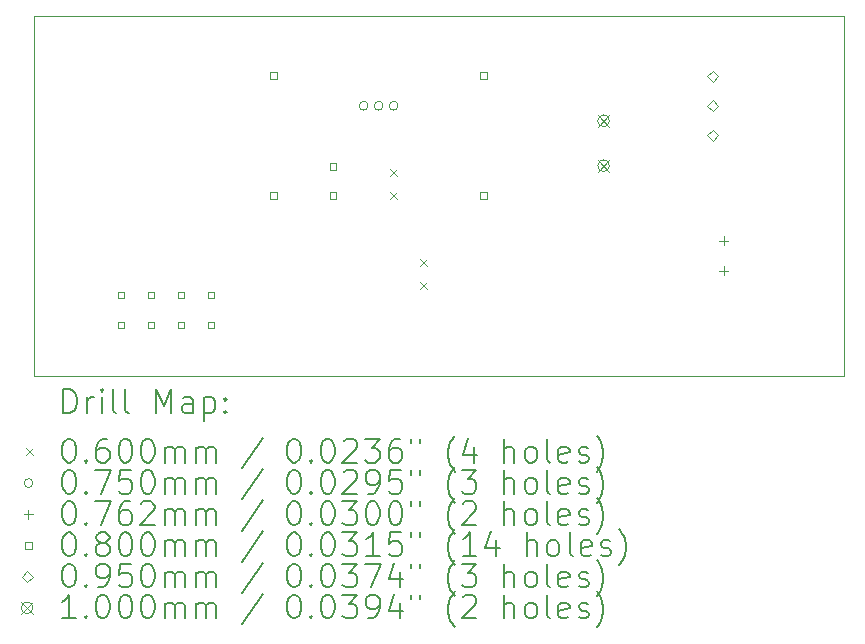
<source format=gbr>
%FSLAX45Y45*%
G04 Gerber Fmt 4.5, Leading zero omitted, Abs format (unit mm)*
G04 Created by KiCad (PCBNEW 6.0.6-3a73a75311~116~ubuntu20.04.1) date 2022-07-17 11:06:09*
%MOMM*%
%LPD*%
G01*
G04 APERTURE LIST*
%TA.AperFunction,Profile*%
%ADD10C,0.100000*%
%TD*%
%ADD11C,0.200000*%
%ADD12C,0.060000*%
%ADD13C,0.075000*%
%ADD14C,0.076200*%
%ADD15C,0.080000*%
%ADD16C,0.095000*%
%ADD17C,0.100000*%
G04 APERTURE END LIST*
D10*
X18034000Y-7366000D02*
X11176000Y-7366000D01*
X18034000Y-10414000D02*
X18034000Y-7366000D01*
X11176000Y-7366000D02*
X11176000Y-10414000D01*
X11176000Y-10414000D02*
X18034000Y-10414000D01*
D11*
D12*
X14194000Y-8660000D02*
X14254000Y-8720000D01*
X14254000Y-8660000D02*
X14194000Y-8720000D01*
X14194000Y-8860000D02*
X14254000Y-8920000D01*
X14254000Y-8860000D02*
X14194000Y-8920000D01*
X14448000Y-9422000D02*
X14508000Y-9482000D01*
X14508000Y-9422000D02*
X14448000Y-9482000D01*
X14448000Y-9622000D02*
X14508000Y-9682000D01*
X14508000Y-9622000D02*
X14448000Y-9682000D01*
D13*
X14007500Y-8128000D02*
G75*
G03*
X14007500Y-8128000I-37500J0D01*
G01*
X14134500Y-8128000D02*
G75*
G03*
X14134500Y-8128000I-37500J0D01*
G01*
X14261500Y-8128000D02*
G75*
G03*
X14261500Y-8128000I-37500J0D01*
G01*
D14*
X17018000Y-9233900D02*
X17018000Y-9310100D01*
X16979900Y-9272000D02*
X17056100Y-9272000D01*
X17018000Y-9485900D02*
X17018000Y-9562100D01*
X16979900Y-9524000D02*
X17056100Y-9524000D01*
D15*
X11943784Y-9758285D02*
X11943784Y-9701716D01*
X11887215Y-9701716D01*
X11887215Y-9758285D01*
X11943784Y-9758285D01*
X11943784Y-10012285D02*
X11943784Y-9955716D01*
X11887215Y-9955716D01*
X11887215Y-10012285D01*
X11943784Y-10012285D01*
X12197784Y-9758285D02*
X12197784Y-9701716D01*
X12141215Y-9701716D01*
X12141215Y-9758285D01*
X12197784Y-9758285D01*
X12197784Y-10012285D02*
X12197784Y-9955716D01*
X12141215Y-9955716D01*
X12141215Y-10012285D01*
X12197784Y-10012285D01*
X12451784Y-9758285D02*
X12451784Y-9701716D01*
X12395215Y-9701716D01*
X12395215Y-9758285D01*
X12451784Y-9758285D01*
X12451784Y-10012285D02*
X12451784Y-9955716D01*
X12395215Y-9955716D01*
X12395215Y-10012285D01*
X12451784Y-10012285D01*
X12705784Y-9758285D02*
X12705784Y-9701716D01*
X12649215Y-9701716D01*
X12649215Y-9758285D01*
X12705784Y-9758285D01*
X12705784Y-10012285D02*
X12705784Y-9955716D01*
X12649215Y-9955716D01*
X12649215Y-10012285D01*
X12705784Y-10012285D01*
X13236284Y-7902284D02*
X13236284Y-7845715D01*
X13179715Y-7845715D01*
X13179715Y-7902284D01*
X13236284Y-7902284D01*
X13236284Y-8918285D02*
X13236284Y-8861716D01*
X13179715Y-8861716D01*
X13179715Y-8918285D01*
X13236284Y-8918285D01*
X13740284Y-8668285D02*
X13740284Y-8611716D01*
X13683715Y-8611716D01*
X13683715Y-8668285D01*
X13740284Y-8668285D01*
X13740284Y-8918285D02*
X13740284Y-8861716D01*
X13683715Y-8861716D01*
X13683715Y-8918285D01*
X13740284Y-8918285D01*
X15014284Y-7902284D02*
X15014284Y-7845715D01*
X14957715Y-7845715D01*
X14957715Y-7902284D01*
X15014284Y-7902284D01*
X15014284Y-8918285D02*
X15014284Y-8861716D01*
X14957715Y-8861716D01*
X14957715Y-8918285D01*
X15014284Y-8918285D01*
D16*
X16927000Y-7925500D02*
X16974500Y-7878000D01*
X16927000Y-7830500D01*
X16879500Y-7878000D01*
X16927000Y-7925500D01*
X16927000Y-8175500D02*
X16974500Y-8128000D01*
X16927000Y-8080500D01*
X16879500Y-8128000D01*
X16927000Y-8175500D01*
X16927000Y-8425500D02*
X16974500Y-8378000D01*
X16927000Y-8330500D01*
X16879500Y-8378000D01*
X16927000Y-8425500D01*
D17*
X15952000Y-8206000D02*
X16052000Y-8306000D01*
X16052000Y-8206000D02*
X15952000Y-8306000D01*
X16052000Y-8256000D02*
G75*
G03*
X16052000Y-8256000I-50000J0D01*
G01*
X15952000Y-8586000D02*
X16052000Y-8686000D01*
X16052000Y-8586000D02*
X15952000Y-8686000D01*
X16052000Y-8636000D02*
G75*
G03*
X16052000Y-8636000I-50000J0D01*
G01*
D11*
X11428619Y-10729476D02*
X11428619Y-10529476D01*
X11476238Y-10529476D01*
X11504809Y-10539000D01*
X11523857Y-10558048D01*
X11533381Y-10577095D01*
X11542905Y-10615190D01*
X11542905Y-10643762D01*
X11533381Y-10681857D01*
X11523857Y-10700905D01*
X11504809Y-10719952D01*
X11476238Y-10729476D01*
X11428619Y-10729476D01*
X11628619Y-10729476D02*
X11628619Y-10596143D01*
X11628619Y-10634238D02*
X11638143Y-10615190D01*
X11647667Y-10605667D01*
X11666714Y-10596143D01*
X11685762Y-10596143D01*
X11752428Y-10729476D02*
X11752428Y-10596143D01*
X11752428Y-10529476D02*
X11742905Y-10539000D01*
X11752428Y-10548524D01*
X11761952Y-10539000D01*
X11752428Y-10529476D01*
X11752428Y-10548524D01*
X11876238Y-10729476D02*
X11857190Y-10719952D01*
X11847667Y-10700905D01*
X11847667Y-10529476D01*
X11981000Y-10729476D02*
X11961952Y-10719952D01*
X11952428Y-10700905D01*
X11952428Y-10529476D01*
X12209571Y-10729476D02*
X12209571Y-10529476D01*
X12276238Y-10672333D01*
X12342905Y-10529476D01*
X12342905Y-10729476D01*
X12523857Y-10729476D02*
X12523857Y-10624714D01*
X12514333Y-10605667D01*
X12495286Y-10596143D01*
X12457190Y-10596143D01*
X12438143Y-10605667D01*
X12523857Y-10719952D02*
X12504809Y-10729476D01*
X12457190Y-10729476D01*
X12438143Y-10719952D01*
X12428619Y-10700905D01*
X12428619Y-10681857D01*
X12438143Y-10662810D01*
X12457190Y-10653286D01*
X12504809Y-10653286D01*
X12523857Y-10643762D01*
X12619095Y-10596143D02*
X12619095Y-10796143D01*
X12619095Y-10605667D02*
X12638143Y-10596143D01*
X12676238Y-10596143D01*
X12695286Y-10605667D01*
X12704809Y-10615190D01*
X12714333Y-10634238D01*
X12714333Y-10691381D01*
X12704809Y-10710429D01*
X12695286Y-10719952D01*
X12676238Y-10729476D01*
X12638143Y-10729476D01*
X12619095Y-10719952D01*
X12800048Y-10710429D02*
X12809571Y-10719952D01*
X12800048Y-10729476D01*
X12790524Y-10719952D01*
X12800048Y-10710429D01*
X12800048Y-10729476D01*
X12800048Y-10605667D02*
X12809571Y-10615190D01*
X12800048Y-10624714D01*
X12790524Y-10615190D01*
X12800048Y-10605667D01*
X12800048Y-10624714D01*
D12*
X11111000Y-11029000D02*
X11171000Y-11089000D01*
X11171000Y-11029000D02*
X11111000Y-11089000D01*
D11*
X11466714Y-10949476D02*
X11485762Y-10949476D01*
X11504809Y-10959000D01*
X11514333Y-10968524D01*
X11523857Y-10987571D01*
X11533381Y-11025667D01*
X11533381Y-11073286D01*
X11523857Y-11111381D01*
X11514333Y-11130429D01*
X11504809Y-11139952D01*
X11485762Y-11149476D01*
X11466714Y-11149476D01*
X11447667Y-11139952D01*
X11438143Y-11130429D01*
X11428619Y-11111381D01*
X11419095Y-11073286D01*
X11419095Y-11025667D01*
X11428619Y-10987571D01*
X11438143Y-10968524D01*
X11447667Y-10959000D01*
X11466714Y-10949476D01*
X11619095Y-11130429D02*
X11628619Y-11139952D01*
X11619095Y-11149476D01*
X11609571Y-11139952D01*
X11619095Y-11130429D01*
X11619095Y-11149476D01*
X11800048Y-10949476D02*
X11761952Y-10949476D01*
X11742905Y-10959000D01*
X11733381Y-10968524D01*
X11714333Y-10997095D01*
X11704809Y-11035190D01*
X11704809Y-11111381D01*
X11714333Y-11130429D01*
X11723857Y-11139952D01*
X11742905Y-11149476D01*
X11781000Y-11149476D01*
X11800048Y-11139952D01*
X11809571Y-11130429D01*
X11819095Y-11111381D01*
X11819095Y-11063762D01*
X11809571Y-11044714D01*
X11800048Y-11035190D01*
X11781000Y-11025667D01*
X11742905Y-11025667D01*
X11723857Y-11035190D01*
X11714333Y-11044714D01*
X11704809Y-11063762D01*
X11942905Y-10949476D02*
X11961952Y-10949476D01*
X11981000Y-10959000D01*
X11990524Y-10968524D01*
X12000048Y-10987571D01*
X12009571Y-11025667D01*
X12009571Y-11073286D01*
X12000048Y-11111381D01*
X11990524Y-11130429D01*
X11981000Y-11139952D01*
X11961952Y-11149476D01*
X11942905Y-11149476D01*
X11923857Y-11139952D01*
X11914333Y-11130429D01*
X11904809Y-11111381D01*
X11895286Y-11073286D01*
X11895286Y-11025667D01*
X11904809Y-10987571D01*
X11914333Y-10968524D01*
X11923857Y-10959000D01*
X11942905Y-10949476D01*
X12133381Y-10949476D02*
X12152428Y-10949476D01*
X12171476Y-10959000D01*
X12181000Y-10968524D01*
X12190524Y-10987571D01*
X12200048Y-11025667D01*
X12200048Y-11073286D01*
X12190524Y-11111381D01*
X12181000Y-11130429D01*
X12171476Y-11139952D01*
X12152428Y-11149476D01*
X12133381Y-11149476D01*
X12114333Y-11139952D01*
X12104809Y-11130429D01*
X12095286Y-11111381D01*
X12085762Y-11073286D01*
X12085762Y-11025667D01*
X12095286Y-10987571D01*
X12104809Y-10968524D01*
X12114333Y-10959000D01*
X12133381Y-10949476D01*
X12285762Y-11149476D02*
X12285762Y-11016143D01*
X12285762Y-11035190D02*
X12295286Y-11025667D01*
X12314333Y-11016143D01*
X12342905Y-11016143D01*
X12361952Y-11025667D01*
X12371476Y-11044714D01*
X12371476Y-11149476D01*
X12371476Y-11044714D02*
X12381000Y-11025667D01*
X12400048Y-11016143D01*
X12428619Y-11016143D01*
X12447667Y-11025667D01*
X12457190Y-11044714D01*
X12457190Y-11149476D01*
X12552428Y-11149476D02*
X12552428Y-11016143D01*
X12552428Y-11035190D02*
X12561952Y-11025667D01*
X12581000Y-11016143D01*
X12609571Y-11016143D01*
X12628619Y-11025667D01*
X12638143Y-11044714D01*
X12638143Y-11149476D01*
X12638143Y-11044714D02*
X12647667Y-11025667D01*
X12666714Y-11016143D01*
X12695286Y-11016143D01*
X12714333Y-11025667D01*
X12723857Y-11044714D01*
X12723857Y-11149476D01*
X13114333Y-10939952D02*
X12942905Y-11197095D01*
X13371476Y-10949476D02*
X13390524Y-10949476D01*
X13409571Y-10959000D01*
X13419095Y-10968524D01*
X13428619Y-10987571D01*
X13438143Y-11025667D01*
X13438143Y-11073286D01*
X13428619Y-11111381D01*
X13419095Y-11130429D01*
X13409571Y-11139952D01*
X13390524Y-11149476D01*
X13371476Y-11149476D01*
X13352428Y-11139952D01*
X13342905Y-11130429D01*
X13333381Y-11111381D01*
X13323857Y-11073286D01*
X13323857Y-11025667D01*
X13333381Y-10987571D01*
X13342905Y-10968524D01*
X13352428Y-10959000D01*
X13371476Y-10949476D01*
X13523857Y-11130429D02*
X13533381Y-11139952D01*
X13523857Y-11149476D01*
X13514333Y-11139952D01*
X13523857Y-11130429D01*
X13523857Y-11149476D01*
X13657190Y-10949476D02*
X13676238Y-10949476D01*
X13695286Y-10959000D01*
X13704809Y-10968524D01*
X13714333Y-10987571D01*
X13723857Y-11025667D01*
X13723857Y-11073286D01*
X13714333Y-11111381D01*
X13704809Y-11130429D01*
X13695286Y-11139952D01*
X13676238Y-11149476D01*
X13657190Y-11149476D01*
X13638143Y-11139952D01*
X13628619Y-11130429D01*
X13619095Y-11111381D01*
X13609571Y-11073286D01*
X13609571Y-11025667D01*
X13619095Y-10987571D01*
X13628619Y-10968524D01*
X13638143Y-10959000D01*
X13657190Y-10949476D01*
X13800048Y-10968524D02*
X13809571Y-10959000D01*
X13828619Y-10949476D01*
X13876238Y-10949476D01*
X13895286Y-10959000D01*
X13904809Y-10968524D01*
X13914333Y-10987571D01*
X13914333Y-11006619D01*
X13904809Y-11035190D01*
X13790524Y-11149476D01*
X13914333Y-11149476D01*
X13981000Y-10949476D02*
X14104809Y-10949476D01*
X14038143Y-11025667D01*
X14066714Y-11025667D01*
X14085762Y-11035190D01*
X14095286Y-11044714D01*
X14104809Y-11063762D01*
X14104809Y-11111381D01*
X14095286Y-11130429D01*
X14085762Y-11139952D01*
X14066714Y-11149476D01*
X14009571Y-11149476D01*
X13990524Y-11139952D01*
X13981000Y-11130429D01*
X14276238Y-10949476D02*
X14238143Y-10949476D01*
X14219095Y-10959000D01*
X14209571Y-10968524D01*
X14190524Y-10997095D01*
X14181000Y-11035190D01*
X14181000Y-11111381D01*
X14190524Y-11130429D01*
X14200048Y-11139952D01*
X14219095Y-11149476D01*
X14257190Y-11149476D01*
X14276238Y-11139952D01*
X14285762Y-11130429D01*
X14295286Y-11111381D01*
X14295286Y-11063762D01*
X14285762Y-11044714D01*
X14276238Y-11035190D01*
X14257190Y-11025667D01*
X14219095Y-11025667D01*
X14200048Y-11035190D01*
X14190524Y-11044714D01*
X14181000Y-11063762D01*
X14371476Y-10949476D02*
X14371476Y-10987571D01*
X14447667Y-10949476D02*
X14447667Y-10987571D01*
X14742905Y-11225667D02*
X14733381Y-11216143D01*
X14714333Y-11187571D01*
X14704809Y-11168524D01*
X14695286Y-11139952D01*
X14685762Y-11092333D01*
X14685762Y-11054238D01*
X14695286Y-11006619D01*
X14704809Y-10978048D01*
X14714333Y-10959000D01*
X14733381Y-10930429D01*
X14742905Y-10920905D01*
X14904809Y-11016143D02*
X14904809Y-11149476D01*
X14857190Y-10939952D02*
X14809571Y-11082810D01*
X14933381Y-11082810D01*
X15161952Y-11149476D02*
X15161952Y-10949476D01*
X15247667Y-11149476D02*
X15247667Y-11044714D01*
X15238143Y-11025667D01*
X15219095Y-11016143D01*
X15190524Y-11016143D01*
X15171476Y-11025667D01*
X15161952Y-11035190D01*
X15371476Y-11149476D02*
X15352428Y-11139952D01*
X15342905Y-11130429D01*
X15333381Y-11111381D01*
X15333381Y-11054238D01*
X15342905Y-11035190D01*
X15352428Y-11025667D01*
X15371476Y-11016143D01*
X15400048Y-11016143D01*
X15419095Y-11025667D01*
X15428619Y-11035190D01*
X15438143Y-11054238D01*
X15438143Y-11111381D01*
X15428619Y-11130429D01*
X15419095Y-11139952D01*
X15400048Y-11149476D01*
X15371476Y-11149476D01*
X15552428Y-11149476D02*
X15533381Y-11139952D01*
X15523857Y-11120905D01*
X15523857Y-10949476D01*
X15704809Y-11139952D02*
X15685762Y-11149476D01*
X15647667Y-11149476D01*
X15628619Y-11139952D01*
X15619095Y-11120905D01*
X15619095Y-11044714D01*
X15628619Y-11025667D01*
X15647667Y-11016143D01*
X15685762Y-11016143D01*
X15704809Y-11025667D01*
X15714333Y-11044714D01*
X15714333Y-11063762D01*
X15619095Y-11082810D01*
X15790524Y-11139952D02*
X15809571Y-11149476D01*
X15847667Y-11149476D01*
X15866714Y-11139952D01*
X15876238Y-11120905D01*
X15876238Y-11111381D01*
X15866714Y-11092333D01*
X15847667Y-11082810D01*
X15819095Y-11082810D01*
X15800048Y-11073286D01*
X15790524Y-11054238D01*
X15790524Y-11044714D01*
X15800048Y-11025667D01*
X15819095Y-11016143D01*
X15847667Y-11016143D01*
X15866714Y-11025667D01*
X15942905Y-11225667D02*
X15952428Y-11216143D01*
X15971476Y-11187571D01*
X15981000Y-11168524D01*
X15990524Y-11139952D01*
X16000048Y-11092333D01*
X16000048Y-11054238D01*
X15990524Y-11006619D01*
X15981000Y-10978048D01*
X15971476Y-10959000D01*
X15952428Y-10930429D01*
X15942905Y-10920905D01*
D13*
X11171000Y-11323000D02*
G75*
G03*
X11171000Y-11323000I-37500J0D01*
G01*
D11*
X11466714Y-11213476D02*
X11485762Y-11213476D01*
X11504809Y-11223000D01*
X11514333Y-11232524D01*
X11523857Y-11251571D01*
X11533381Y-11289667D01*
X11533381Y-11337286D01*
X11523857Y-11375381D01*
X11514333Y-11394428D01*
X11504809Y-11403952D01*
X11485762Y-11413476D01*
X11466714Y-11413476D01*
X11447667Y-11403952D01*
X11438143Y-11394428D01*
X11428619Y-11375381D01*
X11419095Y-11337286D01*
X11419095Y-11289667D01*
X11428619Y-11251571D01*
X11438143Y-11232524D01*
X11447667Y-11223000D01*
X11466714Y-11213476D01*
X11619095Y-11394428D02*
X11628619Y-11403952D01*
X11619095Y-11413476D01*
X11609571Y-11403952D01*
X11619095Y-11394428D01*
X11619095Y-11413476D01*
X11695286Y-11213476D02*
X11828619Y-11213476D01*
X11742905Y-11413476D01*
X12000048Y-11213476D02*
X11904809Y-11213476D01*
X11895286Y-11308714D01*
X11904809Y-11299190D01*
X11923857Y-11289667D01*
X11971476Y-11289667D01*
X11990524Y-11299190D01*
X12000048Y-11308714D01*
X12009571Y-11327762D01*
X12009571Y-11375381D01*
X12000048Y-11394428D01*
X11990524Y-11403952D01*
X11971476Y-11413476D01*
X11923857Y-11413476D01*
X11904809Y-11403952D01*
X11895286Y-11394428D01*
X12133381Y-11213476D02*
X12152428Y-11213476D01*
X12171476Y-11223000D01*
X12181000Y-11232524D01*
X12190524Y-11251571D01*
X12200048Y-11289667D01*
X12200048Y-11337286D01*
X12190524Y-11375381D01*
X12181000Y-11394428D01*
X12171476Y-11403952D01*
X12152428Y-11413476D01*
X12133381Y-11413476D01*
X12114333Y-11403952D01*
X12104809Y-11394428D01*
X12095286Y-11375381D01*
X12085762Y-11337286D01*
X12085762Y-11289667D01*
X12095286Y-11251571D01*
X12104809Y-11232524D01*
X12114333Y-11223000D01*
X12133381Y-11213476D01*
X12285762Y-11413476D02*
X12285762Y-11280143D01*
X12285762Y-11299190D02*
X12295286Y-11289667D01*
X12314333Y-11280143D01*
X12342905Y-11280143D01*
X12361952Y-11289667D01*
X12371476Y-11308714D01*
X12371476Y-11413476D01*
X12371476Y-11308714D02*
X12381000Y-11289667D01*
X12400048Y-11280143D01*
X12428619Y-11280143D01*
X12447667Y-11289667D01*
X12457190Y-11308714D01*
X12457190Y-11413476D01*
X12552428Y-11413476D02*
X12552428Y-11280143D01*
X12552428Y-11299190D02*
X12561952Y-11289667D01*
X12581000Y-11280143D01*
X12609571Y-11280143D01*
X12628619Y-11289667D01*
X12638143Y-11308714D01*
X12638143Y-11413476D01*
X12638143Y-11308714D02*
X12647667Y-11289667D01*
X12666714Y-11280143D01*
X12695286Y-11280143D01*
X12714333Y-11289667D01*
X12723857Y-11308714D01*
X12723857Y-11413476D01*
X13114333Y-11203952D02*
X12942905Y-11461095D01*
X13371476Y-11213476D02*
X13390524Y-11213476D01*
X13409571Y-11223000D01*
X13419095Y-11232524D01*
X13428619Y-11251571D01*
X13438143Y-11289667D01*
X13438143Y-11337286D01*
X13428619Y-11375381D01*
X13419095Y-11394428D01*
X13409571Y-11403952D01*
X13390524Y-11413476D01*
X13371476Y-11413476D01*
X13352428Y-11403952D01*
X13342905Y-11394428D01*
X13333381Y-11375381D01*
X13323857Y-11337286D01*
X13323857Y-11289667D01*
X13333381Y-11251571D01*
X13342905Y-11232524D01*
X13352428Y-11223000D01*
X13371476Y-11213476D01*
X13523857Y-11394428D02*
X13533381Y-11403952D01*
X13523857Y-11413476D01*
X13514333Y-11403952D01*
X13523857Y-11394428D01*
X13523857Y-11413476D01*
X13657190Y-11213476D02*
X13676238Y-11213476D01*
X13695286Y-11223000D01*
X13704809Y-11232524D01*
X13714333Y-11251571D01*
X13723857Y-11289667D01*
X13723857Y-11337286D01*
X13714333Y-11375381D01*
X13704809Y-11394428D01*
X13695286Y-11403952D01*
X13676238Y-11413476D01*
X13657190Y-11413476D01*
X13638143Y-11403952D01*
X13628619Y-11394428D01*
X13619095Y-11375381D01*
X13609571Y-11337286D01*
X13609571Y-11289667D01*
X13619095Y-11251571D01*
X13628619Y-11232524D01*
X13638143Y-11223000D01*
X13657190Y-11213476D01*
X13800048Y-11232524D02*
X13809571Y-11223000D01*
X13828619Y-11213476D01*
X13876238Y-11213476D01*
X13895286Y-11223000D01*
X13904809Y-11232524D01*
X13914333Y-11251571D01*
X13914333Y-11270619D01*
X13904809Y-11299190D01*
X13790524Y-11413476D01*
X13914333Y-11413476D01*
X14009571Y-11413476D02*
X14047667Y-11413476D01*
X14066714Y-11403952D01*
X14076238Y-11394428D01*
X14095286Y-11365857D01*
X14104809Y-11327762D01*
X14104809Y-11251571D01*
X14095286Y-11232524D01*
X14085762Y-11223000D01*
X14066714Y-11213476D01*
X14028619Y-11213476D01*
X14009571Y-11223000D01*
X14000048Y-11232524D01*
X13990524Y-11251571D01*
X13990524Y-11299190D01*
X14000048Y-11318238D01*
X14009571Y-11327762D01*
X14028619Y-11337286D01*
X14066714Y-11337286D01*
X14085762Y-11327762D01*
X14095286Y-11318238D01*
X14104809Y-11299190D01*
X14285762Y-11213476D02*
X14190524Y-11213476D01*
X14181000Y-11308714D01*
X14190524Y-11299190D01*
X14209571Y-11289667D01*
X14257190Y-11289667D01*
X14276238Y-11299190D01*
X14285762Y-11308714D01*
X14295286Y-11327762D01*
X14295286Y-11375381D01*
X14285762Y-11394428D01*
X14276238Y-11403952D01*
X14257190Y-11413476D01*
X14209571Y-11413476D01*
X14190524Y-11403952D01*
X14181000Y-11394428D01*
X14371476Y-11213476D02*
X14371476Y-11251571D01*
X14447667Y-11213476D02*
X14447667Y-11251571D01*
X14742905Y-11489667D02*
X14733381Y-11480143D01*
X14714333Y-11451571D01*
X14704809Y-11432524D01*
X14695286Y-11403952D01*
X14685762Y-11356333D01*
X14685762Y-11318238D01*
X14695286Y-11270619D01*
X14704809Y-11242048D01*
X14714333Y-11223000D01*
X14733381Y-11194428D01*
X14742905Y-11184905D01*
X14800048Y-11213476D02*
X14923857Y-11213476D01*
X14857190Y-11289667D01*
X14885762Y-11289667D01*
X14904809Y-11299190D01*
X14914333Y-11308714D01*
X14923857Y-11327762D01*
X14923857Y-11375381D01*
X14914333Y-11394428D01*
X14904809Y-11403952D01*
X14885762Y-11413476D01*
X14828619Y-11413476D01*
X14809571Y-11403952D01*
X14800048Y-11394428D01*
X15161952Y-11413476D02*
X15161952Y-11213476D01*
X15247667Y-11413476D02*
X15247667Y-11308714D01*
X15238143Y-11289667D01*
X15219095Y-11280143D01*
X15190524Y-11280143D01*
X15171476Y-11289667D01*
X15161952Y-11299190D01*
X15371476Y-11413476D02*
X15352428Y-11403952D01*
X15342905Y-11394428D01*
X15333381Y-11375381D01*
X15333381Y-11318238D01*
X15342905Y-11299190D01*
X15352428Y-11289667D01*
X15371476Y-11280143D01*
X15400048Y-11280143D01*
X15419095Y-11289667D01*
X15428619Y-11299190D01*
X15438143Y-11318238D01*
X15438143Y-11375381D01*
X15428619Y-11394428D01*
X15419095Y-11403952D01*
X15400048Y-11413476D01*
X15371476Y-11413476D01*
X15552428Y-11413476D02*
X15533381Y-11403952D01*
X15523857Y-11384905D01*
X15523857Y-11213476D01*
X15704809Y-11403952D02*
X15685762Y-11413476D01*
X15647667Y-11413476D01*
X15628619Y-11403952D01*
X15619095Y-11384905D01*
X15619095Y-11308714D01*
X15628619Y-11289667D01*
X15647667Y-11280143D01*
X15685762Y-11280143D01*
X15704809Y-11289667D01*
X15714333Y-11308714D01*
X15714333Y-11327762D01*
X15619095Y-11346809D01*
X15790524Y-11403952D02*
X15809571Y-11413476D01*
X15847667Y-11413476D01*
X15866714Y-11403952D01*
X15876238Y-11384905D01*
X15876238Y-11375381D01*
X15866714Y-11356333D01*
X15847667Y-11346809D01*
X15819095Y-11346809D01*
X15800048Y-11337286D01*
X15790524Y-11318238D01*
X15790524Y-11308714D01*
X15800048Y-11289667D01*
X15819095Y-11280143D01*
X15847667Y-11280143D01*
X15866714Y-11289667D01*
X15942905Y-11489667D02*
X15952428Y-11480143D01*
X15971476Y-11451571D01*
X15981000Y-11432524D01*
X15990524Y-11403952D01*
X16000048Y-11356333D01*
X16000048Y-11318238D01*
X15990524Y-11270619D01*
X15981000Y-11242048D01*
X15971476Y-11223000D01*
X15952428Y-11194428D01*
X15942905Y-11184905D01*
D14*
X11132900Y-11548900D02*
X11132900Y-11625100D01*
X11094800Y-11587000D02*
X11171000Y-11587000D01*
D11*
X11466714Y-11477476D02*
X11485762Y-11477476D01*
X11504809Y-11487000D01*
X11514333Y-11496524D01*
X11523857Y-11515571D01*
X11533381Y-11553667D01*
X11533381Y-11601286D01*
X11523857Y-11639381D01*
X11514333Y-11658428D01*
X11504809Y-11667952D01*
X11485762Y-11677476D01*
X11466714Y-11677476D01*
X11447667Y-11667952D01*
X11438143Y-11658428D01*
X11428619Y-11639381D01*
X11419095Y-11601286D01*
X11419095Y-11553667D01*
X11428619Y-11515571D01*
X11438143Y-11496524D01*
X11447667Y-11487000D01*
X11466714Y-11477476D01*
X11619095Y-11658428D02*
X11628619Y-11667952D01*
X11619095Y-11677476D01*
X11609571Y-11667952D01*
X11619095Y-11658428D01*
X11619095Y-11677476D01*
X11695286Y-11477476D02*
X11828619Y-11477476D01*
X11742905Y-11677476D01*
X11990524Y-11477476D02*
X11952428Y-11477476D01*
X11933381Y-11487000D01*
X11923857Y-11496524D01*
X11904809Y-11525095D01*
X11895286Y-11563190D01*
X11895286Y-11639381D01*
X11904809Y-11658428D01*
X11914333Y-11667952D01*
X11933381Y-11677476D01*
X11971476Y-11677476D01*
X11990524Y-11667952D01*
X12000048Y-11658428D01*
X12009571Y-11639381D01*
X12009571Y-11591762D01*
X12000048Y-11572714D01*
X11990524Y-11563190D01*
X11971476Y-11553667D01*
X11933381Y-11553667D01*
X11914333Y-11563190D01*
X11904809Y-11572714D01*
X11895286Y-11591762D01*
X12085762Y-11496524D02*
X12095286Y-11487000D01*
X12114333Y-11477476D01*
X12161952Y-11477476D01*
X12181000Y-11487000D01*
X12190524Y-11496524D01*
X12200048Y-11515571D01*
X12200048Y-11534619D01*
X12190524Y-11563190D01*
X12076238Y-11677476D01*
X12200048Y-11677476D01*
X12285762Y-11677476D02*
X12285762Y-11544143D01*
X12285762Y-11563190D02*
X12295286Y-11553667D01*
X12314333Y-11544143D01*
X12342905Y-11544143D01*
X12361952Y-11553667D01*
X12371476Y-11572714D01*
X12371476Y-11677476D01*
X12371476Y-11572714D02*
X12381000Y-11553667D01*
X12400048Y-11544143D01*
X12428619Y-11544143D01*
X12447667Y-11553667D01*
X12457190Y-11572714D01*
X12457190Y-11677476D01*
X12552428Y-11677476D02*
X12552428Y-11544143D01*
X12552428Y-11563190D02*
X12561952Y-11553667D01*
X12581000Y-11544143D01*
X12609571Y-11544143D01*
X12628619Y-11553667D01*
X12638143Y-11572714D01*
X12638143Y-11677476D01*
X12638143Y-11572714D02*
X12647667Y-11553667D01*
X12666714Y-11544143D01*
X12695286Y-11544143D01*
X12714333Y-11553667D01*
X12723857Y-11572714D01*
X12723857Y-11677476D01*
X13114333Y-11467952D02*
X12942905Y-11725095D01*
X13371476Y-11477476D02*
X13390524Y-11477476D01*
X13409571Y-11487000D01*
X13419095Y-11496524D01*
X13428619Y-11515571D01*
X13438143Y-11553667D01*
X13438143Y-11601286D01*
X13428619Y-11639381D01*
X13419095Y-11658428D01*
X13409571Y-11667952D01*
X13390524Y-11677476D01*
X13371476Y-11677476D01*
X13352428Y-11667952D01*
X13342905Y-11658428D01*
X13333381Y-11639381D01*
X13323857Y-11601286D01*
X13323857Y-11553667D01*
X13333381Y-11515571D01*
X13342905Y-11496524D01*
X13352428Y-11487000D01*
X13371476Y-11477476D01*
X13523857Y-11658428D02*
X13533381Y-11667952D01*
X13523857Y-11677476D01*
X13514333Y-11667952D01*
X13523857Y-11658428D01*
X13523857Y-11677476D01*
X13657190Y-11477476D02*
X13676238Y-11477476D01*
X13695286Y-11487000D01*
X13704809Y-11496524D01*
X13714333Y-11515571D01*
X13723857Y-11553667D01*
X13723857Y-11601286D01*
X13714333Y-11639381D01*
X13704809Y-11658428D01*
X13695286Y-11667952D01*
X13676238Y-11677476D01*
X13657190Y-11677476D01*
X13638143Y-11667952D01*
X13628619Y-11658428D01*
X13619095Y-11639381D01*
X13609571Y-11601286D01*
X13609571Y-11553667D01*
X13619095Y-11515571D01*
X13628619Y-11496524D01*
X13638143Y-11487000D01*
X13657190Y-11477476D01*
X13790524Y-11477476D02*
X13914333Y-11477476D01*
X13847667Y-11553667D01*
X13876238Y-11553667D01*
X13895286Y-11563190D01*
X13904809Y-11572714D01*
X13914333Y-11591762D01*
X13914333Y-11639381D01*
X13904809Y-11658428D01*
X13895286Y-11667952D01*
X13876238Y-11677476D01*
X13819095Y-11677476D01*
X13800048Y-11667952D01*
X13790524Y-11658428D01*
X14038143Y-11477476D02*
X14057190Y-11477476D01*
X14076238Y-11487000D01*
X14085762Y-11496524D01*
X14095286Y-11515571D01*
X14104809Y-11553667D01*
X14104809Y-11601286D01*
X14095286Y-11639381D01*
X14085762Y-11658428D01*
X14076238Y-11667952D01*
X14057190Y-11677476D01*
X14038143Y-11677476D01*
X14019095Y-11667952D01*
X14009571Y-11658428D01*
X14000048Y-11639381D01*
X13990524Y-11601286D01*
X13990524Y-11553667D01*
X14000048Y-11515571D01*
X14009571Y-11496524D01*
X14019095Y-11487000D01*
X14038143Y-11477476D01*
X14228619Y-11477476D02*
X14247667Y-11477476D01*
X14266714Y-11487000D01*
X14276238Y-11496524D01*
X14285762Y-11515571D01*
X14295286Y-11553667D01*
X14295286Y-11601286D01*
X14285762Y-11639381D01*
X14276238Y-11658428D01*
X14266714Y-11667952D01*
X14247667Y-11677476D01*
X14228619Y-11677476D01*
X14209571Y-11667952D01*
X14200048Y-11658428D01*
X14190524Y-11639381D01*
X14181000Y-11601286D01*
X14181000Y-11553667D01*
X14190524Y-11515571D01*
X14200048Y-11496524D01*
X14209571Y-11487000D01*
X14228619Y-11477476D01*
X14371476Y-11477476D02*
X14371476Y-11515571D01*
X14447667Y-11477476D02*
X14447667Y-11515571D01*
X14742905Y-11753667D02*
X14733381Y-11744143D01*
X14714333Y-11715571D01*
X14704809Y-11696524D01*
X14695286Y-11667952D01*
X14685762Y-11620333D01*
X14685762Y-11582238D01*
X14695286Y-11534619D01*
X14704809Y-11506048D01*
X14714333Y-11487000D01*
X14733381Y-11458428D01*
X14742905Y-11448905D01*
X14809571Y-11496524D02*
X14819095Y-11487000D01*
X14838143Y-11477476D01*
X14885762Y-11477476D01*
X14904809Y-11487000D01*
X14914333Y-11496524D01*
X14923857Y-11515571D01*
X14923857Y-11534619D01*
X14914333Y-11563190D01*
X14800048Y-11677476D01*
X14923857Y-11677476D01*
X15161952Y-11677476D02*
X15161952Y-11477476D01*
X15247667Y-11677476D02*
X15247667Y-11572714D01*
X15238143Y-11553667D01*
X15219095Y-11544143D01*
X15190524Y-11544143D01*
X15171476Y-11553667D01*
X15161952Y-11563190D01*
X15371476Y-11677476D02*
X15352428Y-11667952D01*
X15342905Y-11658428D01*
X15333381Y-11639381D01*
X15333381Y-11582238D01*
X15342905Y-11563190D01*
X15352428Y-11553667D01*
X15371476Y-11544143D01*
X15400048Y-11544143D01*
X15419095Y-11553667D01*
X15428619Y-11563190D01*
X15438143Y-11582238D01*
X15438143Y-11639381D01*
X15428619Y-11658428D01*
X15419095Y-11667952D01*
X15400048Y-11677476D01*
X15371476Y-11677476D01*
X15552428Y-11677476D02*
X15533381Y-11667952D01*
X15523857Y-11648905D01*
X15523857Y-11477476D01*
X15704809Y-11667952D02*
X15685762Y-11677476D01*
X15647667Y-11677476D01*
X15628619Y-11667952D01*
X15619095Y-11648905D01*
X15619095Y-11572714D01*
X15628619Y-11553667D01*
X15647667Y-11544143D01*
X15685762Y-11544143D01*
X15704809Y-11553667D01*
X15714333Y-11572714D01*
X15714333Y-11591762D01*
X15619095Y-11610809D01*
X15790524Y-11667952D02*
X15809571Y-11677476D01*
X15847667Y-11677476D01*
X15866714Y-11667952D01*
X15876238Y-11648905D01*
X15876238Y-11639381D01*
X15866714Y-11620333D01*
X15847667Y-11610809D01*
X15819095Y-11610809D01*
X15800048Y-11601286D01*
X15790524Y-11582238D01*
X15790524Y-11572714D01*
X15800048Y-11553667D01*
X15819095Y-11544143D01*
X15847667Y-11544143D01*
X15866714Y-11553667D01*
X15942905Y-11753667D02*
X15952428Y-11744143D01*
X15971476Y-11715571D01*
X15981000Y-11696524D01*
X15990524Y-11667952D01*
X16000048Y-11620333D01*
X16000048Y-11582238D01*
X15990524Y-11534619D01*
X15981000Y-11506048D01*
X15971476Y-11487000D01*
X15952428Y-11458428D01*
X15942905Y-11448905D01*
D15*
X11159285Y-11879284D02*
X11159285Y-11822715D01*
X11102716Y-11822715D01*
X11102716Y-11879284D01*
X11159285Y-11879284D01*
D11*
X11466714Y-11741476D02*
X11485762Y-11741476D01*
X11504809Y-11751000D01*
X11514333Y-11760524D01*
X11523857Y-11779571D01*
X11533381Y-11817667D01*
X11533381Y-11865286D01*
X11523857Y-11903381D01*
X11514333Y-11922428D01*
X11504809Y-11931952D01*
X11485762Y-11941476D01*
X11466714Y-11941476D01*
X11447667Y-11931952D01*
X11438143Y-11922428D01*
X11428619Y-11903381D01*
X11419095Y-11865286D01*
X11419095Y-11817667D01*
X11428619Y-11779571D01*
X11438143Y-11760524D01*
X11447667Y-11751000D01*
X11466714Y-11741476D01*
X11619095Y-11922428D02*
X11628619Y-11931952D01*
X11619095Y-11941476D01*
X11609571Y-11931952D01*
X11619095Y-11922428D01*
X11619095Y-11941476D01*
X11742905Y-11827190D02*
X11723857Y-11817667D01*
X11714333Y-11808143D01*
X11704809Y-11789095D01*
X11704809Y-11779571D01*
X11714333Y-11760524D01*
X11723857Y-11751000D01*
X11742905Y-11741476D01*
X11781000Y-11741476D01*
X11800048Y-11751000D01*
X11809571Y-11760524D01*
X11819095Y-11779571D01*
X11819095Y-11789095D01*
X11809571Y-11808143D01*
X11800048Y-11817667D01*
X11781000Y-11827190D01*
X11742905Y-11827190D01*
X11723857Y-11836714D01*
X11714333Y-11846238D01*
X11704809Y-11865286D01*
X11704809Y-11903381D01*
X11714333Y-11922428D01*
X11723857Y-11931952D01*
X11742905Y-11941476D01*
X11781000Y-11941476D01*
X11800048Y-11931952D01*
X11809571Y-11922428D01*
X11819095Y-11903381D01*
X11819095Y-11865286D01*
X11809571Y-11846238D01*
X11800048Y-11836714D01*
X11781000Y-11827190D01*
X11942905Y-11741476D02*
X11961952Y-11741476D01*
X11981000Y-11751000D01*
X11990524Y-11760524D01*
X12000048Y-11779571D01*
X12009571Y-11817667D01*
X12009571Y-11865286D01*
X12000048Y-11903381D01*
X11990524Y-11922428D01*
X11981000Y-11931952D01*
X11961952Y-11941476D01*
X11942905Y-11941476D01*
X11923857Y-11931952D01*
X11914333Y-11922428D01*
X11904809Y-11903381D01*
X11895286Y-11865286D01*
X11895286Y-11817667D01*
X11904809Y-11779571D01*
X11914333Y-11760524D01*
X11923857Y-11751000D01*
X11942905Y-11741476D01*
X12133381Y-11741476D02*
X12152428Y-11741476D01*
X12171476Y-11751000D01*
X12181000Y-11760524D01*
X12190524Y-11779571D01*
X12200048Y-11817667D01*
X12200048Y-11865286D01*
X12190524Y-11903381D01*
X12181000Y-11922428D01*
X12171476Y-11931952D01*
X12152428Y-11941476D01*
X12133381Y-11941476D01*
X12114333Y-11931952D01*
X12104809Y-11922428D01*
X12095286Y-11903381D01*
X12085762Y-11865286D01*
X12085762Y-11817667D01*
X12095286Y-11779571D01*
X12104809Y-11760524D01*
X12114333Y-11751000D01*
X12133381Y-11741476D01*
X12285762Y-11941476D02*
X12285762Y-11808143D01*
X12285762Y-11827190D02*
X12295286Y-11817667D01*
X12314333Y-11808143D01*
X12342905Y-11808143D01*
X12361952Y-11817667D01*
X12371476Y-11836714D01*
X12371476Y-11941476D01*
X12371476Y-11836714D02*
X12381000Y-11817667D01*
X12400048Y-11808143D01*
X12428619Y-11808143D01*
X12447667Y-11817667D01*
X12457190Y-11836714D01*
X12457190Y-11941476D01*
X12552428Y-11941476D02*
X12552428Y-11808143D01*
X12552428Y-11827190D02*
X12561952Y-11817667D01*
X12581000Y-11808143D01*
X12609571Y-11808143D01*
X12628619Y-11817667D01*
X12638143Y-11836714D01*
X12638143Y-11941476D01*
X12638143Y-11836714D02*
X12647667Y-11817667D01*
X12666714Y-11808143D01*
X12695286Y-11808143D01*
X12714333Y-11817667D01*
X12723857Y-11836714D01*
X12723857Y-11941476D01*
X13114333Y-11731952D02*
X12942905Y-11989095D01*
X13371476Y-11741476D02*
X13390524Y-11741476D01*
X13409571Y-11751000D01*
X13419095Y-11760524D01*
X13428619Y-11779571D01*
X13438143Y-11817667D01*
X13438143Y-11865286D01*
X13428619Y-11903381D01*
X13419095Y-11922428D01*
X13409571Y-11931952D01*
X13390524Y-11941476D01*
X13371476Y-11941476D01*
X13352428Y-11931952D01*
X13342905Y-11922428D01*
X13333381Y-11903381D01*
X13323857Y-11865286D01*
X13323857Y-11817667D01*
X13333381Y-11779571D01*
X13342905Y-11760524D01*
X13352428Y-11751000D01*
X13371476Y-11741476D01*
X13523857Y-11922428D02*
X13533381Y-11931952D01*
X13523857Y-11941476D01*
X13514333Y-11931952D01*
X13523857Y-11922428D01*
X13523857Y-11941476D01*
X13657190Y-11741476D02*
X13676238Y-11741476D01*
X13695286Y-11751000D01*
X13704809Y-11760524D01*
X13714333Y-11779571D01*
X13723857Y-11817667D01*
X13723857Y-11865286D01*
X13714333Y-11903381D01*
X13704809Y-11922428D01*
X13695286Y-11931952D01*
X13676238Y-11941476D01*
X13657190Y-11941476D01*
X13638143Y-11931952D01*
X13628619Y-11922428D01*
X13619095Y-11903381D01*
X13609571Y-11865286D01*
X13609571Y-11817667D01*
X13619095Y-11779571D01*
X13628619Y-11760524D01*
X13638143Y-11751000D01*
X13657190Y-11741476D01*
X13790524Y-11741476D02*
X13914333Y-11741476D01*
X13847667Y-11817667D01*
X13876238Y-11817667D01*
X13895286Y-11827190D01*
X13904809Y-11836714D01*
X13914333Y-11855762D01*
X13914333Y-11903381D01*
X13904809Y-11922428D01*
X13895286Y-11931952D01*
X13876238Y-11941476D01*
X13819095Y-11941476D01*
X13800048Y-11931952D01*
X13790524Y-11922428D01*
X14104809Y-11941476D02*
X13990524Y-11941476D01*
X14047667Y-11941476D02*
X14047667Y-11741476D01*
X14028619Y-11770048D01*
X14009571Y-11789095D01*
X13990524Y-11798619D01*
X14285762Y-11741476D02*
X14190524Y-11741476D01*
X14181000Y-11836714D01*
X14190524Y-11827190D01*
X14209571Y-11817667D01*
X14257190Y-11817667D01*
X14276238Y-11827190D01*
X14285762Y-11836714D01*
X14295286Y-11855762D01*
X14295286Y-11903381D01*
X14285762Y-11922428D01*
X14276238Y-11931952D01*
X14257190Y-11941476D01*
X14209571Y-11941476D01*
X14190524Y-11931952D01*
X14181000Y-11922428D01*
X14371476Y-11741476D02*
X14371476Y-11779571D01*
X14447667Y-11741476D02*
X14447667Y-11779571D01*
X14742905Y-12017667D02*
X14733381Y-12008143D01*
X14714333Y-11979571D01*
X14704809Y-11960524D01*
X14695286Y-11931952D01*
X14685762Y-11884333D01*
X14685762Y-11846238D01*
X14695286Y-11798619D01*
X14704809Y-11770048D01*
X14714333Y-11751000D01*
X14733381Y-11722428D01*
X14742905Y-11712905D01*
X14923857Y-11941476D02*
X14809571Y-11941476D01*
X14866714Y-11941476D02*
X14866714Y-11741476D01*
X14847667Y-11770048D01*
X14828619Y-11789095D01*
X14809571Y-11798619D01*
X15095286Y-11808143D02*
X15095286Y-11941476D01*
X15047667Y-11731952D02*
X15000048Y-11874809D01*
X15123857Y-11874809D01*
X15352428Y-11941476D02*
X15352428Y-11741476D01*
X15438143Y-11941476D02*
X15438143Y-11836714D01*
X15428619Y-11817667D01*
X15409571Y-11808143D01*
X15381000Y-11808143D01*
X15361952Y-11817667D01*
X15352428Y-11827190D01*
X15561952Y-11941476D02*
X15542905Y-11931952D01*
X15533381Y-11922428D01*
X15523857Y-11903381D01*
X15523857Y-11846238D01*
X15533381Y-11827190D01*
X15542905Y-11817667D01*
X15561952Y-11808143D01*
X15590524Y-11808143D01*
X15609571Y-11817667D01*
X15619095Y-11827190D01*
X15628619Y-11846238D01*
X15628619Y-11903381D01*
X15619095Y-11922428D01*
X15609571Y-11931952D01*
X15590524Y-11941476D01*
X15561952Y-11941476D01*
X15742905Y-11941476D02*
X15723857Y-11931952D01*
X15714333Y-11912905D01*
X15714333Y-11741476D01*
X15895286Y-11931952D02*
X15876238Y-11941476D01*
X15838143Y-11941476D01*
X15819095Y-11931952D01*
X15809571Y-11912905D01*
X15809571Y-11836714D01*
X15819095Y-11817667D01*
X15838143Y-11808143D01*
X15876238Y-11808143D01*
X15895286Y-11817667D01*
X15904809Y-11836714D01*
X15904809Y-11855762D01*
X15809571Y-11874809D01*
X15981000Y-11931952D02*
X16000048Y-11941476D01*
X16038143Y-11941476D01*
X16057190Y-11931952D01*
X16066714Y-11912905D01*
X16066714Y-11903381D01*
X16057190Y-11884333D01*
X16038143Y-11874809D01*
X16009571Y-11874809D01*
X15990524Y-11865286D01*
X15981000Y-11846238D01*
X15981000Y-11836714D01*
X15990524Y-11817667D01*
X16009571Y-11808143D01*
X16038143Y-11808143D01*
X16057190Y-11817667D01*
X16133381Y-12017667D02*
X16142905Y-12008143D01*
X16161952Y-11979571D01*
X16171476Y-11960524D01*
X16181000Y-11931952D01*
X16190524Y-11884333D01*
X16190524Y-11846238D01*
X16181000Y-11798619D01*
X16171476Y-11770048D01*
X16161952Y-11751000D01*
X16142905Y-11722428D01*
X16133381Y-11712905D01*
D16*
X11123500Y-12162500D02*
X11171000Y-12115000D01*
X11123500Y-12067500D01*
X11076000Y-12115000D01*
X11123500Y-12162500D01*
D11*
X11466714Y-12005476D02*
X11485762Y-12005476D01*
X11504809Y-12015000D01*
X11514333Y-12024524D01*
X11523857Y-12043571D01*
X11533381Y-12081667D01*
X11533381Y-12129286D01*
X11523857Y-12167381D01*
X11514333Y-12186428D01*
X11504809Y-12195952D01*
X11485762Y-12205476D01*
X11466714Y-12205476D01*
X11447667Y-12195952D01*
X11438143Y-12186428D01*
X11428619Y-12167381D01*
X11419095Y-12129286D01*
X11419095Y-12081667D01*
X11428619Y-12043571D01*
X11438143Y-12024524D01*
X11447667Y-12015000D01*
X11466714Y-12005476D01*
X11619095Y-12186428D02*
X11628619Y-12195952D01*
X11619095Y-12205476D01*
X11609571Y-12195952D01*
X11619095Y-12186428D01*
X11619095Y-12205476D01*
X11723857Y-12205476D02*
X11761952Y-12205476D01*
X11781000Y-12195952D01*
X11790524Y-12186428D01*
X11809571Y-12157857D01*
X11819095Y-12119762D01*
X11819095Y-12043571D01*
X11809571Y-12024524D01*
X11800048Y-12015000D01*
X11781000Y-12005476D01*
X11742905Y-12005476D01*
X11723857Y-12015000D01*
X11714333Y-12024524D01*
X11704809Y-12043571D01*
X11704809Y-12091190D01*
X11714333Y-12110238D01*
X11723857Y-12119762D01*
X11742905Y-12129286D01*
X11781000Y-12129286D01*
X11800048Y-12119762D01*
X11809571Y-12110238D01*
X11819095Y-12091190D01*
X12000048Y-12005476D02*
X11904809Y-12005476D01*
X11895286Y-12100714D01*
X11904809Y-12091190D01*
X11923857Y-12081667D01*
X11971476Y-12081667D01*
X11990524Y-12091190D01*
X12000048Y-12100714D01*
X12009571Y-12119762D01*
X12009571Y-12167381D01*
X12000048Y-12186428D01*
X11990524Y-12195952D01*
X11971476Y-12205476D01*
X11923857Y-12205476D01*
X11904809Y-12195952D01*
X11895286Y-12186428D01*
X12133381Y-12005476D02*
X12152428Y-12005476D01*
X12171476Y-12015000D01*
X12181000Y-12024524D01*
X12190524Y-12043571D01*
X12200048Y-12081667D01*
X12200048Y-12129286D01*
X12190524Y-12167381D01*
X12181000Y-12186428D01*
X12171476Y-12195952D01*
X12152428Y-12205476D01*
X12133381Y-12205476D01*
X12114333Y-12195952D01*
X12104809Y-12186428D01*
X12095286Y-12167381D01*
X12085762Y-12129286D01*
X12085762Y-12081667D01*
X12095286Y-12043571D01*
X12104809Y-12024524D01*
X12114333Y-12015000D01*
X12133381Y-12005476D01*
X12285762Y-12205476D02*
X12285762Y-12072143D01*
X12285762Y-12091190D02*
X12295286Y-12081667D01*
X12314333Y-12072143D01*
X12342905Y-12072143D01*
X12361952Y-12081667D01*
X12371476Y-12100714D01*
X12371476Y-12205476D01*
X12371476Y-12100714D02*
X12381000Y-12081667D01*
X12400048Y-12072143D01*
X12428619Y-12072143D01*
X12447667Y-12081667D01*
X12457190Y-12100714D01*
X12457190Y-12205476D01*
X12552428Y-12205476D02*
X12552428Y-12072143D01*
X12552428Y-12091190D02*
X12561952Y-12081667D01*
X12581000Y-12072143D01*
X12609571Y-12072143D01*
X12628619Y-12081667D01*
X12638143Y-12100714D01*
X12638143Y-12205476D01*
X12638143Y-12100714D02*
X12647667Y-12081667D01*
X12666714Y-12072143D01*
X12695286Y-12072143D01*
X12714333Y-12081667D01*
X12723857Y-12100714D01*
X12723857Y-12205476D01*
X13114333Y-11995952D02*
X12942905Y-12253095D01*
X13371476Y-12005476D02*
X13390524Y-12005476D01*
X13409571Y-12015000D01*
X13419095Y-12024524D01*
X13428619Y-12043571D01*
X13438143Y-12081667D01*
X13438143Y-12129286D01*
X13428619Y-12167381D01*
X13419095Y-12186428D01*
X13409571Y-12195952D01*
X13390524Y-12205476D01*
X13371476Y-12205476D01*
X13352428Y-12195952D01*
X13342905Y-12186428D01*
X13333381Y-12167381D01*
X13323857Y-12129286D01*
X13323857Y-12081667D01*
X13333381Y-12043571D01*
X13342905Y-12024524D01*
X13352428Y-12015000D01*
X13371476Y-12005476D01*
X13523857Y-12186428D02*
X13533381Y-12195952D01*
X13523857Y-12205476D01*
X13514333Y-12195952D01*
X13523857Y-12186428D01*
X13523857Y-12205476D01*
X13657190Y-12005476D02*
X13676238Y-12005476D01*
X13695286Y-12015000D01*
X13704809Y-12024524D01*
X13714333Y-12043571D01*
X13723857Y-12081667D01*
X13723857Y-12129286D01*
X13714333Y-12167381D01*
X13704809Y-12186428D01*
X13695286Y-12195952D01*
X13676238Y-12205476D01*
X13657190Y-12205476D01*
X13638143Y-12195952D01*
X13628619Y-12186428D01*
X13619095Y-12167381D01*
X13609571Y-12129286D01*
X13609571Y-12081667D01*
X13619095Y-12043571D01*
X13628619Y-12024524D01*
X13638143Y-12015000D01*
X13657190Y-12005476D01*
X13790524Y-12005476D02*
X13914333Y-12005476D01*
X13847667Y-12081667D01*
X13876238Y-12081667D01*
X13895286Y-12091190D01*
X13904809Y-12100714D01*
X13914333Y-12119762D01*
X13914333Y-12167381D01*
X13904809Y-12186428D01*
X13895286Y-12195952D01*
X13876238Y-12205476D01*
X13819095Y-12205476D01*
X13800048Y-12195952D01*
X13790524Y-12186428D01*
X13981000Y-12005476D02*
X14114333Y-12005476D01*
X14028619Y-12205476D01*
X14276238Y-12072143D02*
X14276238Y-12205476D01*
X14228619Y-11995952D02*
X14181000Y-12138809D01*
X14304809Y-12138809D01*
X14371476Y-12005476D02*
X14371476Y-12043571D01*
X14447667Y-12005476D02*
X14447667Y-12043571D01*
X14742905Y-12281667D02*
X14733381Y-12272143D01*
X14714333Y-12243571D01*
X14704809Y-12224524D01*
X14695286Y-12195952D01*
X14685762Y-12148333D01*
X14685762Y-12110238D01*
X14695286Y-12062619D01*
X14704809Y-12034048D01*
X14714333Y-12015000D01*
X14733381Y-11986428D01*
X14742905Y-11976905D01*
X14800048Y-12005476D02*
X14923857Y-12005476D01*
X14857190Y-12081667D01*
X14885762Y-12081667D01*
X14904809Y-12091190D01*
X14914333Y-12100714D01*
X14923857Y-12119762D01*
X14923857Y-12167381D01*
X14914333Y-12186428D01*
X14904809Y-12195952D01*
X14885762Y-12205476D01*
X14828619Y-12205476D01*
X14809571Y-12195952D01*
X14800048Y-12186428D01*
X15161952Y-12205476D02*
X15161952Y-12005476D01*
X15247667Y-12205476D02*
X15247667Y-12100714D01*
X15238143Y-12081667D01*
X15219095Y-12072143D01*
X15190524Y-12072143D01*
X15171476Y-12081667D01*
X15161952Y-12091190D01*
X15371476Y-12205476D02*
X15352428Y-12195952D01*
X15342905Y-12186428D01*
X15333381Y-12167381D01*
X15333381Y-12110238D01*
X15342905Y-12091190D01*
X15352428Y-12081667D01*
X15371476Y-12072143D01*
X15400048Y-12072143D01*
X15419095Y-12081667D01*
X15428619Y-12091190D01*
X15438143Y-12110238D01*
X15438143Y-12167381D01*
X15428619Y-12186428D01*
X15419095Y-12195952D01*
X15400048Y-12205476D01*
X15371476Y-12205476D01*
X15552428Y-12205476D02*
X15533381Y-12195952D01*
X15523857Y-12176905D01*
X15523857Y-12005476D01*
X15704809Y-12195952D02*
X15685762Y-12205476D01*
X15647667Y-12205476D01*
X15628619Y-12195952D01*
X15619095Y-12176905D01*
X15619095Y-12100714D01*
X15628619Y-12081667D01*
X15647667Y-12072143D01*
X15685762Y-12072143D01*
X15704809Y-12081667D01*
X15714333Y-12100714D01*
X15714333Y-12119762D01*
X15619095Y-12138809D01*
X15790524Y-12195952D02*
X15809571Y-12205476D01*
X15847667Y-12205476D01*
X15866714Y-12195952D01*
X15876238Y-12176905D01*
X15876238Y-12167381D01*
X15866714Y-12148333D01*
X15847667Y-12138809D01*
X15819095Y-12138809D01*
X15800048Y-12129286D01*
X15790524Y-12110238D01*
X15790524Y-12100714D01*
X15800048Y-12081667D01*
X15819095Y-12072143D01*
X15847667Y-12072143D01*
X15866714Y-12081667D01*
X15942905Y-12281667D02*
X15952428Y-12272143D01*
X15971476Y-12243571D01*
X15981000Y-12224524D01*
X15990524Y-12195952D01*
X16000048Y-12148333D01*
X16000048Y-12110238D01*
X15990524Y-12062619D01*
X15981000Y-12034048D01*
X15971476Y-12015000D01*
X15952428Y-11986428D01*
X15942905Y-11976905D01*
D17*
X11071000Y-12329000D02*
X11171000Y-12429000D01*
X11171000Y-12329000D02*
X11071000Y-12429000D01*
X11171000Y-12379000D02*
G75*
G03*
X11171000Y-12379000I-50000J0D01*
G01*
D11*
X11533381Y-12469476D02*
X11419095Y-12469476D01*
X11476238Y-12469476D02*
X11476238Y-12269476D01*
X11457190Y-12298048D01*
X11438143Y-12317095D01*
X11419095Y-12326619D01*
X11619095Y-12450428D02*
X11628619Y-12459952D01*
X11619095Y-12469476D01*
X11609571Y-12459952D01*
X11619095Y-12450428D01*
X11619095Y-12469476D01*
X11752428Y-12269476D02*
X11771476Y-12269476D01*
X11790524Y-12279000D01*
X11800048Y-12288524D01*
X11809571Y-12307571D01*
X11819095Y-12345667D01*
X11819095Y-12393286D01*
X11809571Y-12431381D01*
X11800048Y-12450428D01*
X11790524Y-12459952D01*
X11771476Y-12469476D01*
X11752428Y-12469476D01*
X11733381Y-12459952D01*
X11723857Y-12450428D01*
X11714333Y-12431381D01*
X11704809Y-12393286D01*
X11704809Y-12345667D01*
X11714333Y-12307571D01*
X11723857Y-12288524D01*
X11733381Y-12279000D01*
X11752428Y-12269476D01*
X11942905Y-12269476D02*
X11961952Y-12269476D01*
X11981000Y-12279000D01*
X11990524Y-12288524D01*
X12000048Y-12307571D01*
X12009571Y-12345667D01*
X12009571Y-12393286D01*
X12000048Y-12431381D01*
X11990524Y-12450428D01*
X11981000Y-12459952D01*
X11961952Y-12469476D01*
X11942905Y-12469476D01*
X11923857Y-12459952D01*
X11914333Y-12450428D01*
X11904809Y-12431381D01*
X11895286Y-12393286D01*
X11895286Y-12345667D01*
X11904809Y-12307571D01*
X11914333Y-12288524D01*
X11923857Y-12279000D01*
X11942905Y-12269476D01*
X12133381Y-12269476D02*
X12152428Y-12269476D01*
X12171476Y-12279000D01*
X12181000Y-12288524D01*
X12190524Y-12307571D01*
X12200048Y-12345667D01*
X12200048Y-12393286D01*
X12190524Y-12431381D01*
X12181000Y-12450428D01*
X12171476Y-12459952D01*
X12152428Y-12469476D01*
X12133381Y-12469476D01*
X12114333Y-12459952D01*
X12104809Y-12450428D01*
X12095286Y-12431381D01*
X12085762Y-12393286D01*
X12085762Y-12345667D01*
X12095286Y-12307571D01*
X12104809Y-12288524D01*
X12114333Y-12279000D01*
X12133381Y-12269476D01*
X12285762Y-12469476D02*
X12285762Y-12336143D01*
X12285762Y-12355190D02*
X12295286Y-12345667D01*
X12314333Y-12336143D01*
X12342905Y-12336143D01*
X12361952Y-12345667D01*
X12371476Y-12364714D01*
X12371476Y-12469476D01*
X12371476Y-12364714D02*
X12381000Y-12345667D01*
X12400048Y-12336143D01*
X12428619Y-12336143D01*
X12447667Y-12345667D01*
X12457190Y-12364714D01*
X12457190Y-12469476D01*
X12552428Y-12469476D02*
X12552428Y-12336143D01*
X12552428Y-12355190D02*
X12561952Y-12345667D01*
X12581000Y-12336143D01*
X12609571Y-12336143D01*
X12628619Y-12345667D01*
X12638143Y-12364714D01*
X12638143Y-12469476D01*
X12638143Y-12364714D02*
X12647667Y-12345667D01*
X12666714Y-12336143D01*
X12695286Y-12336143D01*
X12714333Y-12345667D01*
X12723857Y-12364714D01*
X12723857Y-12469476D01*
X13114333Y-12259952D02*
X12942905Y-12517095D01*
X13371476Y-12269476D02*
X13390524Y-12269476D01*
X13409571Y-12279000D01*
X13419095Y-12288524D01*
X13428619Y-12307571D01*
X13438143Y-12345667D01*
X13438143Y-12393286D01*
X13428619Y-12431381D01*
X13419095Y-12450428D01*
X13409571Y-12459952D01*
X13390524Y-12469476D01*
X13371476Y-12469476D01*
X13352428Y-12459952D01*
X13342905Y-12450428D01*
X13333381Y-12431381D01*
X13323857Y-12393286D01*
X13323857Y-12345667D01*
X13333381Y-12307571D01*
X13342905Y-12288524D01*
X13352428Y-12279000D01*
X13371476Y-12269476D01*
X13523857Y-12450428D02*
X13533381Y-12459952D01*
X13523857Y-12469476D01*
X13514333Y-12459952D01*
X13523857Y-12450428D01*
X13523857Y-12469476D01*
X13657190Y-12269476D02*
X13676238Y-12269476D01*
X13695286Y-12279000D01*
X13704809Y-12288524D01*
X13714333Y-12307571D01*
X13723857Y-12345667D01*
X13723857Y-12393286D01*
X13714333Y-12431381D01*
X13704809Y-12450428D01*
X13695286Y-12459952D01*
X13676238Y-12469476D01*
X13657190Y-12469476D01*
X13638143Y-12459952D01*
X13628619Y-12450428D01*
X13619095Y-12431381D01*
X13609571Y-12393286D01*
X13609571Y-12345667D01*
X13619095Y-12307571D01*
X13628619Y-12288524D01*
X13638143Y-12279000D01*
X13657190Y-12269476D01*
X13790524Y-12269476D02*
X13914333Y-12269476D01*
X13847667Y-12345667D01*
X13876238Y-12345667D01*
X13895286Y-12355190D01*
X13904809Y-12364714D01*
X13914333Y-12383762D01*
X13914333Y-12431381D01*
X13904809Y-12450428D01*
X13895286Y-12459952D01*
X13876238Y-12469476D01*
X13819095Y-12469476D01*
X13800048Y-12459952D01*
X13790524Y-12450428D01*
X14009571Y-12469476D02*
X14047667Y-12469476D01*
X14066714Y-12459952D01*
X14076238Y-12450428D01*
X14095286Y-12421857D01*
X14104809Y-12383762D01*
X14104809Y-12307571D01*
X14095286Y-12288524D01*
X14085762Y-12279000D01*
X14066714Y-12269476D01*
X14028619Y-12269476D01*
X14009571Y-12279000D01*
X14000048Y-12288524D01*
X13990524Y-12307571D01*
X13990524Y-12355190D01*
X14000048Y-12374238D01*
X14009571Y-12383762D01*
X14028619Y-12393286D01*
X14066714Y-12393286D01*
X14085762Y-12383762D01*
X14095286Y-12374238D01*
X14104809Y-12355190D01*
X14276238Y-12336143D02*
X14276238Y-12469476D01*
X14228619Y-12259952D02*
X14181000Y-12402809D01*
X14304809Y-12402809D01*
X14371476Y-12269476D02*
X14371476Y-12307571D01*
X14447667Y-12269476D02*
X14447667Y-12307571D01*
X14742905Y-12545667D02*
X14733381Y-12536143D01*
X14714333Y-12507571D01*
X14704809Y-12488524D01*
X14695286Y-12459952D01*
X14685762Y-12412333D01*
X14685762Y-12374238D01*
X14695286Y-12326619D01*
X14704809Y-12298048D01*
X14714333Y-12279000D01*
X14733381Y-12250428D01*
X14742905Y-12240905D01*
X14809571Y-12288524D02*
X14819095Y-12279000D01*
X14838143Y-12269476D01*
X14885762Y-12269476D01*
X14904809Y-12279000D01*
X14914333Y-12288524D01*
X14923857Y-12307571D01*
X14923857Y-12326619D01*
X14914333Y-12355190D01*
X14800048Y-12469476D01*
X14923857Y-12469476D01*
X15161952Y-12469476D02*
X15161952Y-12269476D01*
X15247667Y-12469476D02*
X15247667Y-12364714D01*
X15238143Y-12345667D01*
X15219095Y-12336143D01*
X15190524Y-12336143D01*
X15171476Y-12345667D01*
X15161952Y-12355190D01*
X15371476Y-12469476D02*
X15352428Y-12459952D01*
X15342905Y-12450428D01*
X15333381Y-12431381D01*
X15333381Y-12374238D01*
X15342905Y-12355190D01*
X15352428Y-12345667D01*
X15371476Y-12336143D01*
X15400048Y-12336143D01*
X15419095Y-12345667D01*
X15428619Y-12355190D01*
X15438143Y-12374238D01*
X15438143Y-12431381D01*
X15428619Y-12450428D01*
X15419095Y-12459952D01*
X15400048Y-12469476D01*
X15371476Y-12469476D01*
X15552428Y-12469476D02*
X15533381Y-12459952D01*
X15523857Y-12440905D01*
X15523857Y-12269476D01*
X15704809Y-12459952D02*
X15685762Y-12469476D01*
X15647667Y-12469476D01*
X15628619Y-12459952D01*
X15619095Y-12440905D01*
X15619095Y-12364714D01*
X15628619Y-12345667D01*
X15647667Y-12336143D01*
X15685762Y-12336143D01*
X15704809Y-12345667D01*
X15714333Y-12364714D01*
X15714333Y-12383762D01*
X15619095Y-12402809D01*
X15790524Y-12459952D02*
X15809571Y-12469476D01*
X15847667Y-12469476D01*
X15866714Y-12459952D01*
X15876238Y-12440905D01*
X15876238Y-12431381D01*
X15866714Y-12412333D01*
X15847667Y-12402809D01*
X15819095Y-12402809D01*
X15800048Y-12393286D01*
X15790524Y-12374238D01*
X15790524Y-12364714D01*
X15800048Y-12345667D01*
X15819095Y-12336143D01*
X15847667Y-12336143D01*
X15866714Y-12345667D01*
X15942905Y-12545667D02*
X15952428Y-12536143D01*
X15971476Y-12507571D01*
X15981000Y-12488524D01*
X15990524Y-12459952D01*
X16000048Y-12412333D01*
X16000048Y-12374238D01*
X15990524Y-12326619D01*
X15981000Y-12298048D01*
X15971476Y-12279000D01*
X15952428Y-12250428D01*
X15942905Y-12240905D01*
M02*

</source>
